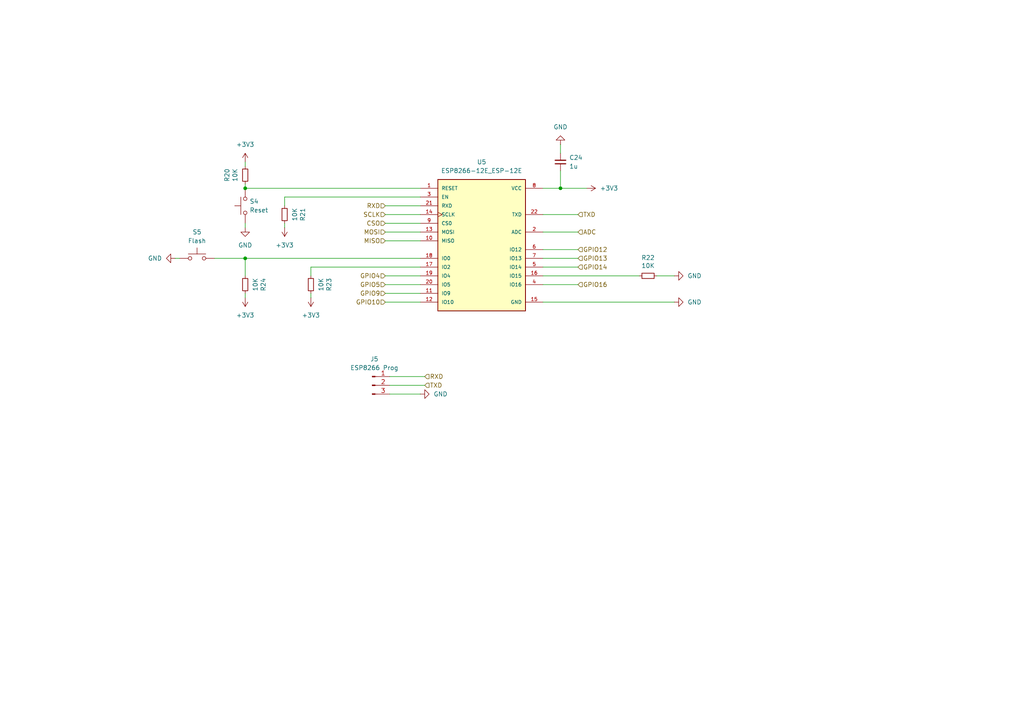
<source format=kicad_sch>
(kicad_sch (version 20250114) (generator "eeschema") (generator_version "9.0")
  (paper "A4")
  (title_block (title "${NAME}") (date "2025-04-21") (rev "${VERSION}") (company "Mikhail Matveev") (comment 1 "https://github.com/xtremespb/frank"))
  (lib_symbols
    (symbol "Connector:Conn_01x03_Pin" (pin_names (offset 1.016) (hide yes))
      (property "Reference" "J" (at 0 5.08 0))
      (property "Value" "Conn_01x03_Pin" (at 0 -5.08 0))
      (symbol "Conn_01x03_Pin_1_1"
        (rectangle (start 0.8636 2.667) (end 0 2.413) (stroke (width 0.1524)) (fill (type outline)))
        (rectangle (start 0.8636 0.127) (end 0 -0.127) (stroke (width 0.1524)) (fill (type outline)))
        (rectangle (start 0.8636 -2.413) (end 0 -2.667) (stroke (width 0.1524)) (fill (type outline)))
        (polyline (pts (xy 1.27 2.54) (xy 0.8636 2.54)) (stroke (width 0.1524)))
        (polyline (pts (xy 1.27 0) (xy 0.8636 0)) (stroke (width 0.1524)))
        (polyline (pts (xy 1.27 -2.54) (xy 0.8636 -2.54)) (stroke (width 0.1524)))
        (pin passive line (at 5.08 2.54 180) (length 3.81) (name "Pin_1") (number "1"))
        (pin passive line (at 5.08 0 180) (length 3.81) (name "Pin_2") (number "2"))
        (pin passive line (at 5.08 -2.54 180) (length 3.81) (name "Pin_3") (number "3"))
      )
    )
    (symbol "Device:C_Small" (pin_numbers (hide yes)) (pin_names (offset 0.254) (hide yes))
      (property "Reference" "C" (at 0.254 1.778 0))
      (property "Value" "C_Small" (at 0.254 -2.032 0))
      (symbol "C_Small_0_1"
        (polyline (pts (xy -1.524 0.508) (xy 1.524 0.508)) (stroke (width 0.3048)))
        (polyline (pts (xy -1.524 -0.508) (xy 1.524 -0.508)) (stroke (width 0.3302)))
      )
      (symbol "C_Small_1_1"
        (pin passive line (at 0 2.54 270) (length 2.032) (name "~") (number "1"))
        (pin passive line (at 0 -2.54 90) (length 2.032) (name "~") (number "2"))
      )
    )
    (symbol "Device:R_Small" (pin_numbers (hide yes)) (pin_names (offset 0.254) (hide yes))
      (property "Reference" "R" (at 0.762 0.508 0))
      (property "Value" "R_Small" (at 0.762 -1.016 0))
      (symbol "R_Small_0_1"
        (rectangle (start -0.762 1.778) (end 0.762 -1.778) (stroke (width 0.2032)))
      )
      (symbol "R_Small_1_1"
        (pin passive line (at 0 2.54 270) (length 0.762) (name "~") (number "1"))
        (pin passive line (at 0 -2.54 90) (length 0.762) (name "~") (number "2"))
      )
    )
    (symbol "ESP8266-12E_ESP-12E:ESP8266-12E_ESP-12E" (pin_names (offset 1.016))
      (property "Reference" "U" (at -12.7161 18.3112 0))
      (property "Value" "ESP8266-12E_ESP-12E" (at -12.7084 -23.3835 0))
      (symbol "ESP8266-12E_ESP-12E_0_0"
        (rectangle (start -12.7 -20.32) (end 12.7 17.78) (stroke (width 0.254)) (fill (type background)))
        (pin input line (at -17.78 15.24 0) (length 5.08) (name "RESET") (number "1"))
        (pin input line (at -17.78 12.7 0) (length 5.08) (name "EN") (number "3"))
        (pin input line (at -17.78 10.16 0) (length 5.08) (name "RXD") (number "21"))
        (pin input clock (at -17.78 7.62 0) (length 5.08) (name "SCLK") (number "14"))
        (pin input line (at -17.78 5.08 0) (length 5.08) (name "CS0") (number "9"))
        (pin bidirectional line (at -17.78 2.54 0) (length 5.08) (name "MOSI") (number "13"))
        (pin bidirectional line (at -17.78 0 0) (length 5.08) (name "MISO") (number "10"))
        (pin bidirectional line (at -17.78 -5.08 0) (length 5.08) (name "IO0") (number "18"))
        (pin bidirectional line (at -17.78 -7.62 0) (length 5.08) (name "IO2") (number "17"))
        (pin bidirectional line (at -17.78 -10.16 0) (length 5.08) (name "IO4") (number "19"))
        (pin bidirectional line (at -17.78 -12.7 0) (length 5.08) (name "IO5") (number "20"))
        (pin bidirectional line (at -17.78 -15.24 0) (length 5.08) (name "IO9") (number "11"))
        (pin bidirectional line (at -17.78 -17.78 0) (length 5.08) (name "IO10") (number "12"))
        (pin power_in line (at 17.78 15.24 180) (length 5.08) (name "VCC") (number "8"))
        (pin output line (at 17.78 7.62 180) (length 5.08) (name "TXD") (number "22"))
        (pin passive line (at 17.78 2.54 180) (length 5.08) (name "ADC") (number "2"))
        (pin bidirectional line (at 17.78 -2.54 180) (length 5.08) (name "IO12") (number "6"))
        (pin bidirectional line (at 17.78 -5.08 180) (length 5.08) (name "IO13") (number "7"))
        (pin bidirectional line (at 17.78 -7.62 180) (length 5.08) (name "IO14") (number "5"))
        (pin bidirectional line (at 17.78 -10.16 180) (length 5.08) (name "IO15") (number "16"))
        (pin bidirectional line (at 17.78 -12.7 180) (length 5.08) (name "IO16") (number "4"))
        (pin power_in line (at 17.78 -17.78 180) (length 5.08) (name "GND") (number "15"))
      )
    )
    (symbol "Switch:SW_Push" (pin_numbers (hide yes)) (pin_names (offset 1.016) (hide yes))
      (property "Reference" "SW" (at 1.27 2.54 0))
      (property "Value" "SW_Push" (at 0 -1.524 0))
      (symbol "SW_Push_0_1"
        (circle (center -2.032 0) (radius 0.508))
        (polyline (pts (xy 0 1.27) (xy 0 3.048)))
        (circle (center 2.032 0) (radius 0.508))
        (polyline (pts (xy 2.54 1.27) (xy -2.54 1.27)))
        (pin passive line (at -5.08 0 0) (length 2.54) (name "1") (number "1"))
        (pin passive line (at 5.08 0 180) (length 2.54) (name "2") (number "2"))
      )
    )
    (symbol "power:+3V3" (power) (pin_numbers (hide yes)) (pin_names (offset 0) (hide yes))
      (property "Value" "+3V3" (at 0 3.556 0))
      (symbol "+3V3_0_1"
        (polyline (pts (xy -0.762 1.27) (xy 0 2.54)))
        (polyline (pts (xy 0 2.54) (xy 0.762 1.27)))
        (polyline (pts (xy 0 0) (xy 0 2.54)))
      )
      (symbol "+3V3_1_1"
        (pin power_in line (at 0 0 90) (length 0) (name "~") (number "1"))
      )
    )
    (symbol "power:GND" (power) (pin_numbers (hide yes)) (pin_names (offset 0) (hide yes))
      (property "Value" "GND" (at 0 -3.81 0))
      (symbol "GND_0_1"
        (polyline (pts (xy 0 0) (xy 0 -1.27) (xy 1.27 -1.27) (xy 0 -2.54) (xy -1.27 -1.27) (xy 0 -1.27)))
      )
      (symbol "GND_1_1"
        (pin power_in line (at 0 0 270) (length 0) (name "~") (number "1"))
      )
    )
  )
  (junction (at 162.56 54.61))
  (junction (at 71.12 74.93))
  (junction (at 71.12 54.61))
  (wire (pts (xy 190.5 80.01) (xy 195.58 80.01)))
  (wire (pts (xy 111.76 85.09) (xy 121.92 85.09)))
  (wire (pts (xy 113.03 111.76) (xy 123.19 111.76)))
  (wire (pts (xy 71.12 66.04) (xy 71.12 64.77)))
  (wire (pts (xy 71.12 74.93) (xy 121.92 74.93)))
  (wire (pts (xy 167.64 72.39) (xy 157.48 72.39)))
  (wire (pts (xy 167.64 77.47) (xy 157.48 77.47)))
  (wire (pts (xy 71.12 46.99) (xy 71.12 48.26)))
  (wire (pts (xy 111.76 69.85) (xy 121.92 69.85)))
  (wire (pts (xy 90.17 80.01) (xy 90.17 77.47)))
  (wire (pts (xy 121.92 82.55) (xy 111.76 82.55)))
  (wire (pts (xy 111.76 64.77) (xy 121.92 64.77)))
  (wire (pts (xy 157.48 54.61) (xy 162.56 54.61)))
  (wire (pts (xy 71.12 54.61) (xy 121.92 54.61)))
  (wire (pts (xy 121.92 80.01) (xy 111.76 80.01)))
  (wire (pts (xy 157.48 62.23) (xy 167.64 62.23)))
  (wire (pts (xy 71.12 53.34) (xy 71.12 54.61)))
  (wire (pts (xy 162.56 41.91) (xy 162.56 44.45)))
  (wire (pts (xy 111.76 62.23) (xy 121.92 62.23)))
  (wire (pts (xy 82.55 64.77) (xy 82.55 66.04)))
  (wire (pts (xy 90.17 85.09) (xy 90.17 86.36)))
  (wire (pts (xy 162.56 54.61) (xy 170.18 54.61)))
  (wire (pts (xy 71.12 74.93) (xy 71.12 80.01)))
  (wire (pts (xy 82.55 57.15) (xy 82.55 59.69)))
  (wire (pts (xy 113.03 114.3) (xy 121.92 114.3)))
  (wire (pts (xy 71.12 86.36) (xy 71.12 85.09)))
  (wire (pts (xy 167.64 67.31) (xy 157.48 67.31)))
  (wire (pts (xy 162.56 49.53) (xy 162.56 54.61)))
  (wire (pts (xy 111.76 87.63) (xy 121.92 87.63)))
  (wire (pts (xy 90.17 77.47) (xy 121.92 77.47)))
  (wire (pts (xy 50.8 74.93) (xy 52.07 74.93)))
  (wire (pts (xy 167.64 74.93) (xy 157.48 74.93)))
  (wire (pts (xy 121.92 57.15) (xy 82.55 57.15)))
  (wire (pts (xy 62.23 74.93) (xy 71.12 74.93)))
  (wire (pts (xy 111.76 67.31) (xy 121.92 67.31)))
  (wire (pts (xy 113.03 109.22) (xy 123.19 109.22)))
  (wire (pts (xy 195.58 87.63) (xy 157.48 87.63)))
  (wire (pts (xy 157.48 80.01) (xy 185.42 80.01)))
  (wire (pts (xy 167.64 82.55) (xy 157.48 82.55)))
  (wire (pts (xy 121.92 59.69) (xy 111.76 59.69)))
  (hierarchical_label "SCLK" (shape input) (at 111.76 62.23 180))
  (hierarchical_label "TXD" (shape input) (at 167.64 62.23 0))
  (hierarchical_label "GPIO10" (shape input) (at 111.76 87.63 180))
  (hierarchical_label "RXD" (shape input) (at 123.19 109.22 0))
  (hierarchical_label "GPIO4" (shape input) (at 111.76 80.01 180))
  (hierarchical_label "RXD" (shape input) (at 111.76 59.69 180))
  (hierarchical_label "TXD" (shape input) (at 123.19 111.76 0))
  (hierarchical_label "ADC" (shape input) (at 167.64 67.31 0))
  (hierarchical_label "MOSI" (shape input) (at 111.76 67.31 180))
  (hierarchical_label "GPIO16" (shape input) (at 167.64 82.55 0))
  (hierarchical_label "GPIO13" (shape input) (at 167.64 74.93 0))
  (hierarchical_label "MISO" (shape input) (at 111.76 69.85 180))
  (hierarchical_label "GPIO9" (shape input) (at 111.76 85.09 180))
  (hierarchical_label "GPIO5" (shape input) (at 111.76 82.55 180))
  (hierarchical_label "GPIO12" (shape input) (at 167.64 72.39 0))
  (hierarchical_label "GPIO14" (shape input) (at 167.64 77.47 0))
  (hierarchical_label "CSO" (shape input) (at 111.76 64.77 180))
  (symbol (lib_id "power:+3V3") (at 82.55 66.04 180) (unit 1)
    (property "Reference" "#PWR047" (effects (hide yes)))
    (property "Value" "+3V3" (at 82.55 71.12 0))
    (property "Description" "Power symbol creates a global label with name \"+3V3\"" (effects (hide yes)))
  )
  (symbol (lib_id "Device:R_Small") (at 71.12 50.8 0) (unit 1)
    (property "Reference" "R20" (at 65.8622 50.8 90))
    (property "Value" "10K" (at 68.1736 50.8 90))
    (property "Footprint" "FRANK:Resistor (0805)" (effects (hide yes)))
    (property "Description" "Resistor, small symbol" (effects (hide yes)))
    (property "AliExpress" "https://www.aliexpress.com/item/1005005945735199.html" (effects (hide yes)))
  )
  (symbol (lib_id "Connector:Conn_01x03_Pin") (at 107.95 111.76 0) (unit 1)
    (property "Reference" "J5" (at 108.585 104.14 0))
    (property "Value" "ESP8266 Prog" (at 108.585 106.68 0))
    (property "Footprint" "FRANK:Pin Header (1x03)" (effects (hide yes)))
    (property "Description" "Generic connector, single row, 01x03, script generated" (effects (hide yes)))
  )
  (symbol (lib_id "Device:R_Small") (at 82.55 62.23 180) (unit 1)
    (property "Reference" "R21" (at 87.8078 62.23 90))
    (property "Value" "10K" (at 85.4964 62.23 90))
    (property "Footprint" "FRANK:Resistor (0805)" (effects (hide yes)))
    (property "Description" "Resistor, small symbol" (effects (hide yes)))
    (property "AliExpress" "https://www.aliexpress.com/item/1005005945735199.html" (effects (hide yes)))
  )
  (symbol (lib_id "power:GND") (at 195.58 87.63 90) (unit 1)
    (property "Reference" "#PWR055" (effects (hide yes)))
    (property "Value" "GND" (at 199.39 87.6299 90) (effects (justify right)))
    (property "Description" "Power symbol creates a global label with name \"GND\" , ground" (effects (hide yes)))
  )
  (symbol (lib_id "power:+3V3") (at 71.12 86.36 180) (unit 1)
    (property "Reference" "#PWR050" (effects (hide yes)))
    (property "Value" "+3V3" (at 71.12 91.44 0))
    (property "Description" "Power symbol creates a global label with name \"+3V3\"" (effects (hide yes)))
  )
  (symbol (lib_id "Device:R_Small") (at 71.12 82.55 180) (unit 1)
    (property "Reference" "R24" (at 76.3778 82.55 90))
    (property "Value" "10K" (at 74.0664 82.55 90))
    (property "Footprint" "FRANK:Resistor (0805)" (effects (hide yes)))
    (property "Description" "Resistor, small symbol" (effects (hide yes)))
    (property "AliExpress" "https://www.aliexpress.com/item/1005005945735199.html" (effects (hide yes)))
  )
  (symbol (lib_id "power:GND") (at 71.12 66.04 0) (unit 1)
    (property "Reference" "#PWR046" (effects (hide yes)))
    (property "Value" "GND" (at 71.12 71.12 0))
    (property "Description" "Power symbol creates a global label with name \"GND\" , ground" (effects (hide yes)))
  )
  (symbol (lib_id "power:GND") (at 162.56 41.91 180) (unit 1)
    (property "Reference" "#PWR044" (effects (hide yes)))
    (property "Value" "GND" (at 162.56 36.83 0))
    (property "Description" "Power symbol creates a global label with name \"GND\" , ground" (effects (hide yes)))
  )
  (symbol (lib_id "Device:C_Small") (at 162.56 46.99 180) (unit 1)
    (property "Reference" "C24" (at 165.1 45.7135 0) (effects (justify right)))
    (property "Value" "1u" (at 165.1 48.2535 0) (effects (justify right)))
    (property "Footprint" "FRANK:Capacitor (0805)" (effects (hide yes)))
    (property "Datasheet" "https://eu.mouser.com/datasheet/2/447/KEM_C1075_X7R_HT_SMD-3316221.pdf" (effects (hide yes)))
    (property "Description" "Unpolarized capacitor, small symbol" (effects (hide yes)))
    (property "AliExpress" "https://www.aliexpress.com/item/33008008276.html" (effects (hide yes)))
  )
  (symbol (lib_id "power:GND") (at 195.58 80.01 90) (unit 1)
    (property "Reference" "#PWR048" (effects (hide yes)))
    (property "Value" "GND" (at 199.39 80.0099 90) (effects (justify right)))
    (property "Description" "Power symbol creates a global label with name \"GND\" , ground" (effects (hide yes)))
  )
  (symbol (lib_id "Switch:SW_Push") (at 71.12 59.69 90) (unit 1)
    (property "Reference" "S4" (at 72.39 58.4199 90) (effects (justify right)))
    (property "Value" "Reset" (at 72.39 60.9599 90) (effects (justify right)))
    (property "Footprint" "FRANK:Button (SMD, 3x3mm, 1-1)" (effects (hide yes)))
    (property "Datasheet" "https://parts4laptops.eu/en/microbuttons/3300-microbutton-tact-switch-ts-1233-33x33x15mm-smt-mounting.html" (effects (hide yes)))
    (property "AliExpress" "https://www.aliexpress.com/item/1005007359248990.html" (effects (hide yes)))
  )
  (symbol (lib_id "Switch:SW_Push") (at 57.15 74.93 0) (unit 1)
    (property "Reference" "S5" (at 57.15 67.31 0))
    (property "Value" "Flash" (at 57.15 69.85 0))
    (property "Footprint" "FRANK:Button (SMD, 3x3mm, 1-1)" (effects (hide yes)))
    (property "Datasheet" "https://parts4laptops.eu/en/microbuttons/3300-microbutton-tact-switch-ts-1233-33x33x15mm-smt-mounting.html" (effects (hide yes)))
    (property "AliExpress" "https://www.aliexpress.com/item/1005007359248990.html" (effects (hide yes)))
  )
  (symbol (lib_id "power:+3V3") (at 90.17 86.36 180) (unit 1)
    (property "Reference" "#PWR049" (effects (hide yes)))
    (property "Value" "+3V3" (at 90.17 91.44 0))
    (property "Description" "Power symbol creates a global label with name \"+3V3\"" (effects (hide yes)))
  )
  (symbol (lib_id "Device:R_Small") (at 90.17 82.55 180) (unit 1)
    (property "Reference" "R23" (at 95.4278 82.55 90))
    (property "Value" "10K" (at 93.1164 82.55 90))
    (property "Footprint" "FRANK:Resistor (0805)" (effects (hide yes)))
    (property "Description" "Resistor, small symbol" (effects (hide yes)))
    (property "AliExpress" "https://www.aliexpress.com/item/1005005945735199.html" (effects (hide yes)))
  )
  (symbol (lib_id "power:GND") (at 50.8 74.93 270) (unit 1)
    (property "Reference" "#PWR051" (effects (hide yes)))
    (property "Value" "GND" (at 46.99 74.9299 90) (effects (justify right)))
    (property "Description" "Power symbol creates a global label with name \"GND\" , ground" (effects (hide yes)))
  )
  (symbol (lib_id "power:+3V3") (at 170.18 54.61 270) (unit 1)
    (property "Reference" "#PWR043" (effects (hide yes)))
    (property "Value" "+3V3" (at 173.99 54.6099 90) (effects (justify left)))
    (property "Description" "Power symbol creates a global label with name \"+3V3\"" (effects (hide yes)))
  )
  (symbol (lib_id "Device:R_Small") (at 187.96 80.01 270) (unit 1)
    (property "Reference" "R22" (at 187.96 74.7522 90))
    (property "Value" "10K" (at 187.96 77.0636 90))
    (property "Footprint" "FRANK:Resistor (0805)" (effects (hide yes)))
    (property "Description" "Resistor, small symbol" (effects (hide yes)))
    (property "AliExpress" "https://www.aliexpress.com/item/1005005945735199.html" (effects (hide yes)))
  )
  (symbol (lib_id "ESP8266-12E_ESP-12E:ESP8266-12E_ESP-12E") (at 139.7 69.85 0) (unit 1)
    (property "Reference" "U5" (at 139.7 46.99 0))
    (property "Value" "ESP8266-12E_ESP-12E" (at 139.7 49.53 0))
    (property "Footprint" "FRANK:ESP8266 ESP-12E" (effects (hide yes)))
    (property "MF" "AI-Thinker" (effects (hide yes)))
    (property "Description_1" "This WiFi module has a 32-bit MCU micro and clock speeds supporting 80 MHz or 160 MHz. Supports the RTOS and integrated Wi-Fi MAC/BB/RF/PA/LNA, and has an on-board antenna." (effects (hide yes)))
    (property "Package" "None" (effects (hide yes)))
    (property "Price" "None" (effects (hide yes)))
    (property "Check_prices" "https://www.snapeda.com/parts/ESP8266-12E/ESP-12E/AI-Thinker/view-part/?ref=eda" (effects (hide yes)))
    (property "SnapEDA_Link" "https://www.snapeda.com/parts/ESP8266-12E/ESP-12E/AI-Thinker/view-part/?ref=snap" (effects (hide yes)))
    (property "MP" "ESP8266-12E/ESP-12E" (effects (hide yes)))
    (property "Availability" "Not in stock" (effects (hide yes)))
    (property "MANUFACTURER" "AI-Thinker" (effects (hide yes)))
  )
  (symbol (lib_id "power:+3V3") (at 71.12 46.99 0) (unit 1)
    (property "Reference" "#PWR045" (effects (hide yes)))
    (property "Value" "+3V3" (at 71.12 41.91 0))
    (property "Description" "Power symbol creates a global label with name \"+3V3\"" (effects (hide yes)))
  )
  (symbol (lib_id "power:GND") (at 121.92 114.3 90) (unit 1)
    (property "Reference" "#PWR052" (effects (hide yes)))
    (property "Value" "GND" (at 125.73 114.2999 90) (effects (justify right)))
    (property "Description" "Power symbol creates a global label with name \"GND\" , ground" (effects (hide yes)))
  )
)
</source>
